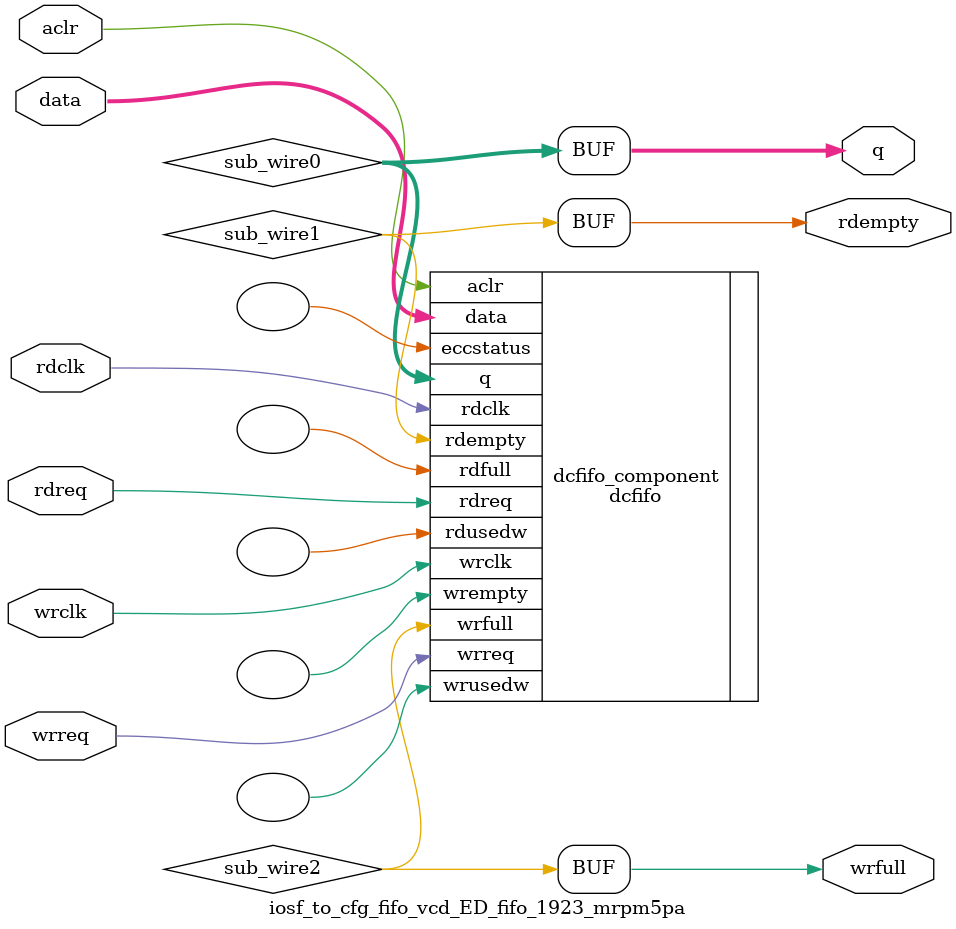
<source format=v>



`timescale 1 ps / 1 ps
// synopsys translate_on
module  iosf_to_cfg_fifo_vcd_ED_fifo_1923_mrpm5pa  (
    aclr,
    data,
    rdclk,
    rdreq,
    wrclk,
    wrreq,
    q,
    rdempty,
    wrfull);

    input    aclr;
    input  [143:0]  data;
    input    rdclk;
    input    rdreq;
    input    wrclk;
    input    wrreq;
    output [143:0]  q;
    output   rdempty;
    output   wrfull;
`ifndef ALTERA_RESERVED_QIS
// synopsys translate_off
`endif
    tri0     aclr;
`ifndef ALTERA_RESERVED_QIS
// synopsys translate_on
`endif

    wire [143:0] sub_wire0;
    wire  sub_wire1;
    wire  sub_wire2;
    wire [143:0] q = sub_wire0[143:0];
    wire  rdempty = sub_wire1;
    wire  wrfull = sub_wire2;

    dcfifo  dcfifo_component (
                .aclr (aclr),
                .data (data),
                .rdclk (rdclk),
                .rdreq (rdreq),
                .wrclk (wrclk),
                .wrreq (wrreq),
                .q (sub_wire0),
                .rdempty (sub_wire1),
                .wrfull (sub_wire2),
                .eccstatus (),
                .rdfull (),
                .rdusedw (),
                .wrempty (),
                .wrusedw ());
    defparam
        dcfifo_component.enable_ecc  = "FALSE",
        dcfifo_component.intended_device_family  = "Agilex 7",
        dcfifo_component.lpm_hint  = "DISABLE_DCFIFO_EMBEDDED_TIMING_CONSTRAINT=TRUE",
        dcfifo_component.lpm_numwords  = 8,
        dcfifo_component.lpm_showahead  = "ON",
        dcfifo_component.lpm_type  = "dcfifo",
        dcfifo_component.lpm_width  = 144,
        dcfifo_component.lpm_widthu  = 3,
        dcfifo_component.overflow_checking  = "ON",
        dcfifo_component.rdsync_delaypipe  = 5,
        dcfifo_component.read_aclr_synch  = "ON",
        dcfifo_component.underflow_checking  = "ON",
        dcfifo_component.use_eab  = "ON",
        dcfifo_component.write_aclr_synch  = "OFF",
        dcfifo_component.wrsync_delaypipe  = 5;


endmodule



</source>
